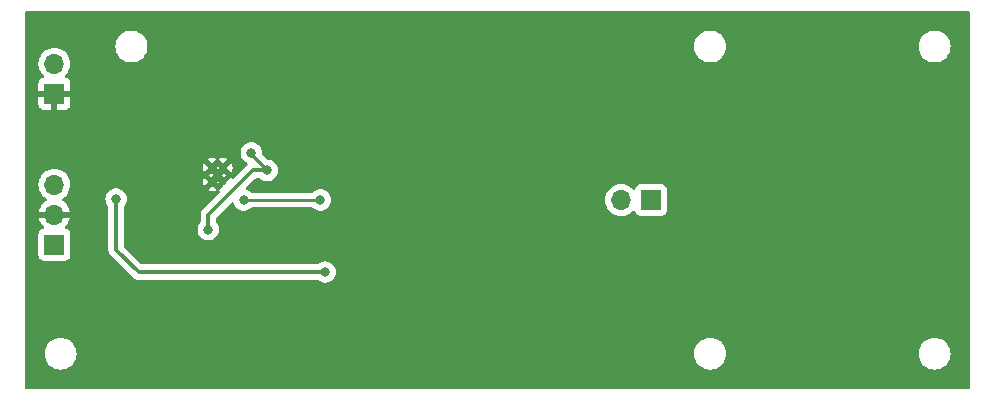
<source format=gbr>
%TF.GenerationSoftware,KiCad,Pcbnew,7.0.10-7.0.10~ubuntu20.04.1*%
%TF.CreationDate,2025-03-29T11:51:33+01:00*%
%TF.ProjectId,uven2-mk3-cc-driver,7576656e-322d-46d6-9b33-2d63632d6472,rev?*%
%TF.SameCoordinates,Original*%
%TF.FileFunction,Copper,L2,Bot*%
%TF.FilePolarity,Positive*%
%FSLAX46Y46*%
G04 Gerber Fmt 4.6, Leading zero omitted, Abs format (unit mm)*
G04 Created by KiCad (PCBNEW 7.0.10-7.0.10~ubuntu20.04.1) date 2025-03-29 11:51:33*
%MOMM*%
%LPD*%
G01*
G04 APERTURE LIST*
%TA.AperFunction,ComponentPad*%
%ADD10R,1.700000X1.700000*%
%TD*%
%TA.AperFunction,ComponentPad*%
%ADD11O,1.700000X1.700000*%
%TD*%
%TA.AperFunction,ComponentPad*%
%ADD12C,0.600000*%
%TD*%
%TA.AperFunction,ViaPad*%
%ADD13C,0.800000*%
%TD*%
%TA.AperFunction,Conductor*%
%ADD14C,0.300000*%
%TD*%
%TA.AperFunction,Conductor*%
%ADD15C,0.250000*%
%TD*%
G04 APERTURE END LIST*
D10*
%TO.P,J3,1,Pin_1*%
%TO.N,Net-(J3-Pin_1)*%
X153000000Y-97000000D03*
D11*
%TO.P,J3,2,Pin_2*%
%TO.N,Net-(J3-Pin_2)*%
X150460000Y-97000000D03*
%TD*%
D12*
%TO.P,U2,12*%
%TO.N,GND*%
X115850000Y-94250000D03*
%TO.P,U2,13*%
X116750000Y-94250000D03*
%TO.P,U2,14*%
X116300000Y-94850000D03*
%TO.P,U2,15*%
X115850000Y-95450000D03*
%TO.P,U2,16*%
X116750000Y-95450000D03*
%TD*%
D10*
%TO.P,J2,1,Pin_1*%
%TO.N,GND*%
X102475000Y-88000000D03*
D11*
%TO.P,J2,2,Pin_2*%
%TO.N,Net-(J2-Pin_2)*%
X102475000Y-85460000D03*
%TD*%
D10*
%TO.P,J1,1,Pin_1*%
%TO.N,VCC*%
X102475000Y-100775000D03*
D11*
%TO.P,J1,2,Pin_2*%
%TO.N,GND*%
X102475000Y-98235000D03*
%TO.P,J1,3,Pin_3*%
%TO.N,/ENABLE*%
X102475000Y-95695000D03*
%TD*%
D13*
%TO.N,GND*%
X114000000Y-98900000D03*
X111850000Y-98900000D03*
X112900000Y-98900000D03*
%TO.N,VCC*%
X119137500Y-93000000D03*
X120500000Y-94500000D03*
X115500000Y-99500000D03*
%TO.N,GND*%
X112400000Y-98000000D03*
X115000000Y-97100000D03*
X113450000Y-98000000D03*
X114500000Y-98000000D03*
X113000000Y-97100000D03*
X114000000Y-97100000D03*
%TO.N,Net-(U2-COFF)*%
X125400000Y-103100000D03*
X107700000Y-96900000D03*
%TO.N,Net-(Q1-G)*%
X125000000Y-97000000D03*
X118500000Y-97000000D03*
%TD*%
D14*
%TO.N,VCC*%
X120500000Y-94500000D02*
X119250000Y-94500000D01*
X119250000Y-94500000D02*
X115500000Y-98250000D01*
X115500000Y-98250000D02*
X115500000Y-99500000D01*
X119137500Y-93137500D02*
X120500000Y-94500000D01*
X119137500Y-93000000D02*
X119137500Y-93137500D01*
%TO.N,Net-(U2-COFF)*%
X107700000Y-101200000D02*
X109600000Y-103100000D01*
X109600000Y-103100000D02*
X125400000Y-103100000D01*
X107700000Y-96900000D02*
X107700000Y-101200000D01*
D15*
%TO.N,Net-(Q1-G)*%
X125000000Y-97000000D02*
X118500000Y-97000000D01*
%TD*%
%TA.AperFunction,Conductor*%
%TO.N,GND*%
G36*
X179942539Y-81020185D02*
G01*
X179988294Y-81072989D01*
X179999500Y-81124500D01*
X179999500Y-112875500D01*
X179979815Y-112942539D01*
X179927011Y-112988294D01*
X179875500Y-112999500D01*
X100124500Y-112999500D01*
X100057461Y-112979815D01*
X100011706Y-112927011D01*
X100000500Y-112875500D01*
X100000500Y-110000000D01*
X101644341Y-110000000D01*
X101664936Y-110235403D01*
X101664938Y-110235413D01*
X101726094Y-110463655D01*
X101726096Y-110463659D01*
X101726097Y-110463663D01*
X101776031Y-110570746D01*
X101825964Y-110677828D01*
X101825965Y-110677830D01*
X101961505Y-110871402D01*
X102128597Y-111038494D01*
X102322169Y-111174034D01*
X102322171Y-111174035D01*
X102536337Y-111273903D01*
X102764592Y-111335063D01*
X102941032Y-111350499D01*
X102941033Y-111350500D01*
X102941034Y-111350500D01*
X103058967Y-111350500D01*
X103058967Y-111350499D01*
X103235408Y-111335063D01*
X103463663Y-111273903D01*
X103677829Y-111174035D01*
X103871401Y-111038495D01*
X104038495Y-110871401D01*
X104174035Y-110677830D01*
X104273903Y-110463663D01*
X104335063Y-110235408D01*
X104355659Y-110000000D01*
X156644341Y-110000000D01*
X156664936Y-110235403D01*
X156664938Y-110235413D01*
X156726094Y-110463655D01*
X156726096Y-110463659D01*
X156726097Y-110463663D01*
X156776031Y-110570746D01*
X156825964Y-110677828D01*
X156825965Y-110677830D01*
X156961505Y-110871402D01*
X157128597Y-111038494D01*
X157322169Y-111174034D01*
X157322171Y-111174035D01*
X157536337Y-111273903D01*
X157764592Y-111335063D01*
X157941032Y-111350499D01*
X157941033Y-111350500D01*
X157941034Y-111350500D01*
X158058967Y-111350500D01*
X158058967Y-111350499D01*
X158235408Y-111335063D01*
X158463663Y-111273903D01*
X158677829Y-111174035D01*
X158871401Y-111038495D01*
X159038495Y-110871401D01*
X159174035Y-110677830D01*
X159273903Y-110463663D01*
X159335063Y-110235408D01*
X159355659Y-110000000D01*
X175644341Y-110000000D01*
X175664936Y-110235403D01*
X175664938Y-110235413D01*
X175726094Y-110463655D01*
X175726096Y-110463659D01*
X175726097Y-110463663D01*
X175776031Y-110570746D01*
X175825964Y-110677828D01*
X175825965Y-110677830D01*
X175961505Y-110871402D01*
X176128597Y-111038494D01*
X176322169Y-111174034D01*
X176322171Y-111174035D01*
X176536337Y-111273903D01*
X176764592Y-111335063D01*
X176941032Y-111350499D01*
X176941033Y-111350500D01*
X176941034Y-111350500D01*
X177058967Y-111350500D01*
X177058967Y-111350499D01*
X177235408Y-111335063D01*
X177463663Y-111273903D01*
X177677829Y-111174035D01*
X177871401Y-111038495D01*
X178038495Y-110871401D01*
X178174035Y-110677830D01*
X178273903Y-110463663D01*
X178335063Y-110235408D01*
X178355659Y-110000000D01*
X178335063Y-109764592D01*
X178273903Y-109536337D01*
X178174035Y-109322171D01*
X178174034Y-109322169D01*
X178038494Y-109128597D01*
X177871402Y-108961505D01*
X177677830Y-108825965D01*
X177677828Y-108825964D01*
X177570746Y-108776031D01*
X177463663Y-108726097D01*
X177463659Y-108726096D01*
X177463655Y-108726094D01*
X177235413Y-108664938D01*
X177235403Y-108664936D01*
X177058967Y-108649500D01*
X177058966Y-108649500D01*
X176941034Y-108649500D01*
X176941033Y-108649500D01*
X176764596Y-108664936D01*
X176764586Y-108664938D01*
X176536344Y-108726094D01*
X176536335Y-108726098D01*
X176322171Y-108825964D01*
X176322169Y-108825965D01*
X176128597Y-108961505D01*
X175961506Y-109128597D01*
X175961501Y-109128604D01*
X175825967Y-109322165D01*
X175825965Y-109322169D01*
X175726098Y-109536335D01*
X175726094Y-109536344D01*
X175664938Y-109764586D01*
X175664936Y-109764596D01*
X175644341Y-109999999D01*
X175644341Y-110000000D01*
X159355659Y-110000000D01*
X159335063Y-109764592D01*
X159273903Y-109536337D01*
X159174035Y-109322171D01*
X159174034Y-109322169D01*
X159038494Y-109128597D01*
X158871402Y-108961505D01*
X158677830Y-108825965D01*
X158677828Y-108825964D01*
X158570746Y-108776031D01*
X158463663Y-108726097D01*
X158463659Y-108726096D01*
X158463655Y-108726094D01*
X158235413Y-108664938D01*
X158235403Y-108664936D01*
X158058967Y-108649500D01*
X158058966Y-108649500D01*
X157941034Y-108649500D01*
X157941033Y-108649500D01*
X157764596Y-108664936D01*
X157764586Y-108664938D01*
X157536344Y-108726094D01*
X157536335Y-108726098D01*
X157322171Y-108825964D01*
X157322169Y-108825965D01*
X157128597Y-108961505D01*
X156961506Y-109128597D01*
X156961501Y-109128604D01*
X156825967Y-109322165D01*
X156825965Y-109322169D01*
X156726098Y-109536335D01*
X156726094Y-109536344D01*
X156664938Y-109764586D01*
X156664936Y-109764596D01*
X156644341Y-109999999D01*
X156644341Y-110000000D01*
X104355659Y-110000000D01*
X104335063Y-109764592D01*
X104273903Y-109536337D01*
X104174035Y-109322171D01*
X104174034Y-109322169D01*
X104038494Y-109128597D01*
X103871402Y-108961505D01*
X103677830Y-108825965D01*
X103677828Y-108825964D01*
X103570746Y-108776031D01*
X103463663Y-108726097D01*
X103463659Y-108726096D01*
X103463655Y-108726094D01*
X103235413Y-108664938D01*
X103235403Y-108664936D01*
X103058967Y-108649500D01*
X103058966Y-108649500D01*
X102941034Y-108649500D01*
X102941033Y-108649500D01*
X102764596Y-108664936D01*
X102764586Y-108664938D01*
X102536344Y-108726094D01*
X102536335Y-108726098D01*
X102322171Y-108825964D01*
X102322169Y-108825965D01*
X102128597Y-108961505D01*
X101961506Y-109128597D01*
X101961501Y-109128604D01*
X101825967Y-109322165D01*
X101825965Y-109322169D01*
X101726098Y-109536335D01*
X101726094Y-109536344D01*
X101664938Y-109764586D01*
X101664936Y-109764596D01*
X101644341Y-109999999D01*
X101644341Y-110000000D01*
X100000500Y-110000000D01*
X100000500Y-95695000D01*
X101119341Y-95695000D01*
X101139936Y-95930403D01*
X101139938Y-95930413D01*
X101201094Y-96158655D01*
X101201096Y-96158659D01*
X101201097Y-96158663D01*
X101236637Y-96234878D01*
X101300965Y-96372830D01*
X101300967Y-96372834D01*
X101367453Y-96467785D01*
X101412222Y-96531722D01*
X101436501Y-96566395D01*
X101436506Y-96566402D01*
X101603597Y-96733493D01*
X101603603Y-96733498D01*
X101789594Y-96863730D01*
X101833219Y-96918307D01*
X101840413Y-96987805D01*
X101808890Y-97050160D01*
X101789595Y-97066880D01*
X101603922Y-97196890D01*
X101603920Y-97196891D01*
X101436891Y-97363920D01*
X101436886Y-97363926D01*
X101301400Y-97557420D01*
X101301399Y-97557422D01*
X101201570Y-97771507D01*
X101201567Y-97771513D01*
X101144364Y-97984999D01*
X101144364Y-97985000D01*
X102041314Y-97985000D01*
X102015507Y-98025156D01*
X101975000Y-98163111D01*
X101975000Y-98306889D01*
X102015507Y-98444844D01*
X102041314Y-98485000D01*
X101144364Y-98485000D01*
X101201567Y-98698486D01*
X101201570Y-98698492D01*
X101301399Y-98912578D01*
X101436894Y-99106082D01*
X101558946Y-99228134D01*
X101592431Y-99289457D01*
X101587447Y-99359149D01*
X101545575Y-99415082D01*
X101514598Y-99431997D01*
X101382671Y-99481202D01*
X101382664Y-99481206D01*
X101267455Y-99567452D01*
X101267452Y-99567455D01*
X101181206Y-99682664D01*
X101181202Y-99682671D01*
X101130908Y-99817517D01*
X101124501Y-99877116D01*
X101124501Y-99877123D01*
X101124500Y-99877135D01*
X101124500Y-101672870D01*
X101124501Y-101672876D01*
X101130908Y-101732483D01*
X101181202Y-101867328D01*
X101181206Y-101867335D01*
X101267452Y-101982544D01*
X101267455Y-101982547D01*
X101382664Y-102068793D01*
X101382671Y-102068797D01*
X101517517Y-102119091D01*
X101517516Y-102119091D01*
X101524444Y-102119835D01*
X101577127Y-102125500D01*
X103372872Y-102125499D01*
X103432483Y-102119091D01*
X103567331Y-102068796D01*
X103682546Y-101982546D01*
X103768796Y-101867331D01*
X103819091Y-101732483D01*
X103825500Y-101672873D01*
X103825499Y-99877128D01*
X103819091Y-99817517D01*
X103768796Y-99682669D01*
X103768795Y-99682668D01*
X103768793Y-99682664D01*
X103682547Y-99567455D01*
X103682544Y-99567452D01*
X103567335Y-99481206D01*
X103567328Y-99481202D01*
X103435401Y-99431997D01*
X103379467Y-99390126D01*
X103355050Y-99324662D01*
X103369902Y-99256389D01*
X103391053Y-99228133D01*
X103513108Y-99106078D01*
X103648600Y-98912578D01*
X103748429Y-98698492D01*
X103748432Y-98698486D01*
X103805636Y-98485000D01*
X102908686Y-98485000D01*
X102934493Y-98444844D01*
X102975000Y-98306889D01*
X102975000Y-98163111D01*
X102934493Y-98025156D01*
X102908686Y-97985000D01*
X103805636Y-97985000D01*
X103805635Y-97984999D01*
X103748432Y-97771513D01*
X103748429Y-97771507D01*
X103648600Y-97557422D01*
X103648599Y-97557420D01*
X103513113Y-97363926D01*
X103513108Y-97363920D01*
X103346078Y-97196890D01*
X103160405Y-97066879D01*
X103116780Y-97012302D01*
X103109588Y-96942804D01*
X103131226Y-96900000D01*
X106794540Y-96900000D01*
X106814326Y-97088256D01*
X106814327Y-97088259D01*
X106872818Y-97268277D01*
X106872821Y-97268284D01*
X106967466Y-97432215D01*
X107017649Y-97487948D01*
X107047880Y-97550940D01*
X107049500Y-97570921D01*
X107049500Y-101114494D01*
X107047732Y-101130505D01*
X107047974Y-101130528D01*
X107047240Y-101138294D01*
X107049439Y-101208262D01*
X107049500Y-101212157D01*
X107049500Y-101240920D01*
X107049501Y-101240938D01*
X107050053Y-101245311D01*
X107050968Y-101256941D01*
X107052402Y-101302567D01*
X107052403Y-101302570D01*
X107058323Y-101322948D01*
X107062268Y-101341996D01*
X107064928Y-101363054D01*
X107064931Y-101363065D01*
X107081737Y-101405514D01*
X107085520Y-101416563D01*
X107098254Y-101460395D01*
X107098255Y-101460397D01*
X107109060Y-101478666D01*
X107117617Y-101496134D01*
X107123226Y-101510300D01*
X107125432Y-101515872D01*
X107152266Y-101552806D01*
X107158678Y-101562568D01*
X107181919Y-101601865D01*
X107181923Y-101601869D01*
X107196925Y-101616871D01*
X107209563Y-101631669D01*
X107222033Y-101648833D01*
X107222036Y-101648837D01*
X107257213Y-101677937D01*
X107265854Y-101685800D01*
X109079564Y-103499509D01*
X109089640Y-103512086D01*
X109089827Y-103511932D01*
X109094794Y-103517937D01*
X109145847Y-103565878D01*
X109148647Y-103568592D01*
X109168962Y-103588908D01*
X109172439Y-103591605D01*
X109181320Y-103599190D01*
X109214607Y-103630448D01*
X109217823Y-103632216D01*
X109233207Y-103640674D01*
X109249468Y-103651355D01*
X109266237Y-103664363D01*
X109308144Y-103682497D01*
X109318618Y-103687628D01*
X109358632Y-103709627D01*
X109379193Y-103714905D01*
X109397597Y-103721207D01*
X109417074Y-103729636D01*
X109462178Y-103736779D01*
X109473597Y-103739144D01*
X109517823Y-103750500D01*
X109539045Y-103750500D01*
X109558442Y-103752026D01*
X109579405Y-103755347D01*
X109624860Y-103751050D01*
X109636530Y-103750500D01*
X124723025Y-103750500D01*
X124790064Y-103770185D01*
X124795910Y-103774182D01*
X124947265Y-103884148D01*
X124947270Y-103884151D01*
X125120192Y-103961142D01*
X125120197Y-103961144D01*
X125305354Y-104000500D01*
X125305355Y-104000500D01*
X125494644Y-104000500D01*
X125494646Y-104000500D01*
X125679803Y-103961144D01*
X125852730Y-103884151D01*
X126005871Y-103772888D01*
X126132533Y-103632216D01*
X126227179Y-103468284D01*
X126285674Y-103288256D01*
X126305460Y-103100000D01*
X126285674Y-102911744D01*
X126227179Y-102731716D01*
X126132533Y-102567784D01*
X126005871Y-102427112D01*
X125986697Y-102413181D01*
X125852734Y-102315851D01*
X125852729Y-102315848D01*
X125679807Y-102238857D01*
X125679802Y-102238855D01*
X125534001Y-102207865D01*
X125494646Y-102199500D01*
X125305354Y-102199500D01*
X125272897Y-102206398D01*
X125120197Y-102238855D01*
X125120192Y-102238857D01*
X124947270Y-102315848D01*
X124947265Y-102315851D01*
X124795910Y-102425818D01*
X124730104Y-102449298D01*
X124723025Y-102449500D01*
X109920808Y-102449500D01*
X109853769Y-102429815D01*
X109833127Y-102413181D01*
X108386819Y-100966873D01*
X108353334Y-100905550D01*
X108350500Y-100879192D01*
X108350500Y-99500000D01*
X114594540Y-99500000D01*
X114614326Y-99688256D01*
X114614327Y-99688259D01*
X114672818Y-99868277D01*
X114672821Y-99868284D01*
X114767467Y-100032216D01*
X114894129Y-100172888D01*
X115047265Y-100284148D01*
X115047270Y-100284151D01*
X115220192Y-100361142D01*
X115220197Y-100361144D01*
X115405354Y-100400500D01*
X115405355Y-100400500D01*
X115594644Y-100400500D01*
X115594646Y-100400500D01*
X115779803Y-100361144D01*
X115952730Y-100284151D01*
X116105871Y-100172888D01*
X116232533Y-100032216D01*
X116327179Y-99868284D01*
X116385674Y-99688256D01*
X116405460Y-99500000D01*
X116385674Y-99311744D01*
X116327179Y-99131716D01*
X116232533Y-98967784D01*
X116182350Y-98912050D01*
X116152120Y-98849058D01*
X116150500Y-98829078D01*
X116150500Y-98570807D01*
X116170185Y-98503768D01*
X116186814Y-98483131D01*
X117438717Y-97231227D01*
X117500038Y-97197744D01*
X117569730Y-97202728D01*
X117625663Y-97244600D01*
X117644327Y-97280591D01*
X117672819Y-97368280D01*
X117672821Y-97368284D01*
X117767467Y-97532216D01*
X117868715Y-97644663D01*
X117894129Y-97672888D01*
X118047265Y-97784148D01*
X118047270Y-97784151D01*
X118220192Y-97861142D01*
X118220197Y-97861144D01*
X118405354Y-97900500D01*
X118405355Y-97900500D01*
X118594644Y-97900500D01*
X118594646Y-97900500D01*
X118779803Y-97861144D01*
X118952730Y-97784151D01*
X119105871Y-97672888D01*
X119108788Y-97669647D01*
X119111600Y-97666526D01*
X119171087Y-97629879D01*
X119203748Y-97625500D01*
X124296252Y-97625500D01*
X124363291Y-97645185D01*
X124388400Y-97666526D01*
X124394126Y-97672885D01*
X124394130Y-97672889D01*
X124547265Y-97784148D01*
X124547270Y-97784151D01*
X124720192Y-97861142D01*
X124720197Y-97861144D01*
X124905354Y-97900500D01*
X124905355Y-97900500D01*
X125094644Y-97900500D01*
X125094646Y-97900500D01*
X125279803Y-97861144D01*
X125452730Y-97784151D01*
X125605871Y-97672888D01*
X125732533Y-97532216D01*
X125827179Y-97368284D01*
X125885674Y-97188256D01*
X125905460Y-97000000D01*
X149104341Y-97000000D01*
X149124936Y-97235403D01*
X149124938Y-97235413D01*
X149186094Y-97463655D01*
X149186096Y-97463659D01*
X149186097Y-97463663D01*
X149261563Y-97625500D01*
X149285965Y-97677830D01*
X149285967Y-97677834D01*
X149378545Y-97810048D01*
X149421505Y-97871401D01*
X149588599Y-98038495D01*
X149685384Y-98106265D01*
X149782165Y-98174032D01*
X149782167Y-98174033D01*
X149782170Y-98174035D01*
X149996337Y-98273903D01*
X150224592Y-98335063D01*
X150401034Y-98350500D01*
X150459999Y-98355659D01*
X150460000Y-98355659D01*
X150460001Y-98355659D01*
X150518966Y-98350500D01*
X150695408Y-98335063D01*
X150923663Y-98273903D01*
X151137830Y-98174035D01*
X151331401Y-98038495D01*
X151453329Y-97916566D01*
X151514648Y-97883084D01*
X151584340Y-97888068D01*
X151640274Y-97929939D01*
X151657189Y-97960917D01*
X151706202Y-98092328D01*
X151706206Y-98092335D01*
X151792452Y-98207544D01*
X151792455Y-98207547D01*
X151907664Y-98293793D01*
X151907671Y-98293797D01*
X152042517Y-98344091D01*
X152042516Y-98344091D01*
X152049444Y-98344835D01*
X152102127Y-98350500D01*
X153897872Y-98350499D01*
X153957483Y-98344091D01*
X154092331Y-98293796D01*
X154207546Y-98207546D01*
X154293796Y-98092331D01*
X154344091Y-97957483D01*
X154350500Y-97897873D01*
X154350499Y-96102128D01*
X154344091Y-96042517D01*
X154342810Y-96039083D01*
X154293797Y-95907671D01*
X154293793Y-95907664D01*
X154207547Y-95792455D01*
X154207544Y-95792452D01*
X154092335Y-95706206D01*
X154092328Y-95706202D01*
X153957482Y-95655908D01*
X153957483Y-95655908D01*
X153897883Y-95649501D01*
X153897881Y-95649500D01*
X153897873Y-95649500D01*
X153897864Y-95649500D01*
X152102129Y-95649500D01*
X152102123Y-95649501D01*
X152042516Y-95655908D01*
X151907671Y-95706202D01*
X151907664Y-95706206D01*
X151792455Y-95792452D01*
X151792452Y-95792455D01*
X151706206Y-95907664D01*
X151706203Y-95907669D01*
X151657189Y-96039083D01*
X151615317Y-96095016D01*
X151549853Y-96119433D01*
X151481580Y-96104581D01*
X151453326Y-96083430D01*
X151331402Y-95961506D01*
X151331395Y-95961501D01*
X151137834Y-95825967D01*
X151137830Y-95825965D01*
X151080655Y-95799304D01*
X150923663Y-95726097D01*
X150923659Y-95726096D01*
X150923655Y-95726094D01*
X150695413Y-95664938D01*
X150695403Y-95664936D01*
X150460001Y-95644341D01*
X150459999Y-95644341D01*
X150224596Y-95664936D01*
X150224586Y-95664938D01*
X149996344Y-95726094D01*
X149996335Y-95726098D01*
X149782171Y-95825964D01*
X149782169Y-95825965D01*
X149588597Y-95961505D01*
X149421505Y-96128597D01*
X149285965Y-96322169D01*
X149285964Y-96322171D01*
X149186098Y-96536335D01*
X149186094Y-96536344D01*
X149124938Y-96764586D01*
X149124936Y-96764596D01*
X149104341Y-96999999D01*
X149104341Y-97000000D01*
X125905460Y-97000000D01*
X125885674Y-96811744D01*
X125827179Y-96631716D01*
X125732533Y-96467784D01*
X125605871Y-96327112D01*
X125605870Y-96327111D01*
X125452734Y-96215851D01*
X125452729Y-96215848D01*
X125279807Y-96138857D01*
X125279802Y-96138855D01*
X125118550Y-96104581D01*
X125094646Y-96099500D01*
X124905354Y-96099500D01*
X124881450Y-96104581D01*
X124720197Y-96138855D01*
X124720192Y-96138857D01*
X124547270Y-96215848D01*
X124547265Y-96215851D01*
X124394130Y-96327110D01*
X124394126Y-96327114D01*
X124388400Y-96333474D01*
X124328913Y-96370121D01*
X124296252Y-96374500D01*
X119203748Y-96374500D01*
X119136709Y-96354815D01*
X119111600Y-96333474D01*
X119105873Y-96327114D01*
X119105869Y-96327110D01*
X118952734Y-96215851D01*
X118952729Y-96215848D01*
X118773866Y-96136212D01*
X118774926Y-96133829D01*
X118726842Y-96100939D01*
X118699653Y-96036576D01*
X118711578Y-95967732D01*
X118735163Y-95934782D01*
X119483127Y-95186819D01*
X119544450Y-95153334D01*
X119570808Y-95150500D01*
X119823025Y-95150500D01*
X119890064Y-95170185D01*
X119895910Y-95174182D01*
X120047265Y-95284148D01*
X120047270Y-95284151D01*
X120220192Y-95361142D01*
X120220197Y-95361144D01*
X120405354Y-95400500D01*
X120405355Y-95400500D01*
X120594644Y-95400500D01*
X120594646Y-95400500D01*
X120779803Y-95361144D01*
X120952730Y-95284151D01*
X121105871Y-95172888D01*
X121232533Y-95032216D01*
X121327179Y-94868284D01*
X121385674Y-94688256D01*
X121405460Y-94500000D01*
X121385674Y-94311744D01*
X121327179Y-94131716D01*
X121232533Y-93967784D01*
X121105871Y-93827112D01*
X121095950Y-93819904D01*
X120952734Y-93715851D01*
X120952729Y-93715848D01*
X120779807Y-93638857D01*
X120779802Y-93638855D01*
X120634001Y-93607865D01*
X120594646Y-93599500D01*
X120594645Y-93599500D01*
X120570808Y-93599500D01*
X120503769Y-93579815D01*
X120483127Y-93563181D01*
X120073082Y-93153136D01*
X120039597Y-93091813D01*
X120037442Y-93052496D01*
X120042960Y-93000000D01*
X120023174Y-92811744D01*
X119964679Y-92631716D01*
X119870033Y-92467784D01*
X119743371Y-92327112D01*
X119743370Y-92327111D01*
X119590234Y-92215851D01*
X119590229Y-92215848D01*
X119417307Y-92138857D01*
X119417302Y-92138855D01*
X119271501Y-92107865D01*
X119232146Y-92099500D01*
X119042854Y-92099500D01*
X119010397Y-92106398D01*
X118857697Y-92138855D01*
X118857692Y-92138857D01*
X118684770Y-92215848D01*
X118684765Y-92215851D01*
X118531629Y-92327111D01*
X118404966Y-92467785D01*
X118310321Y-92631715D01*
X118310318Y-92631722D01*
X118251827Y-92811740D01*
X118251826Y-92811744D01*
X118232040Y-93000000D01*
X118251826Y-93188256D01*
X118251827Y-93188259D01*
X118310318Y-93368277D01*
X118310321Y-93368284D01*
X118404967Y-93532216D01*
X118500987Y-93638857D01*
X118531629Y-93672888D01*
X118684765Y-93784148D01*
X118684767Y-93784149D01*
X118684770Y-93784151D01*
X118765076Y-93819906D01*
X118818312Y-93865155D01*
X118838633Y-93932004D01*
X118819588Y-93999227D01*
X118805902Y-94015837D01*
X118806134Y-94016029D01*
X118772056Y-94057219D01*
X118764196Y-94065856D01*
X117680724Y-95149327D01*
X117619401Y-95182812D01*
X117549709Y-95177828D01*
X117493776Y-95135956D01*
X117476000Y-95102598D01*
X117475332Y-95100691D01*
X117466661Y-95086892D01*
X117466660Y-95086892D01*
X116750000Y-95803553D01*
X116387680Y-96165872D01*
X116386586Y-96166469D01*
X116400692Y-96175333D01*
X116402598Y-96176000D01*
X116403663Y-96176764D01*
X116406969Y-96178356D01*
X116406690Y-96178934D01*
X116459375Y-96216721D01*
X116485124Y-96281673D01*
X116471669Y-96350235D01*
X116449327Y-96380724D01*
X115100483Y-97729569D01*
X115087910Y-97739643D01*
X115088065Y-97739830D01*
X115082058Y-97744799D01*
X115034133Y-97795833D01*
X115031427Y-97798625D01*
X115011090Y-97818963D01*
X115011077Y-97818978D01*
X115008373Y-97822463D01*
X115000806Y-97831322D01*
X114969552Y-97864607D01*
X114959322Y-97883213D01*
X114948646Y-97899464D01*
X114935640Y-97916232D01*
X114935636Y-97916238D01*
X114917508Y-97958130D01*
X114912369Y-97968619D01*
X114890372Y-98008630D01*
X114890372Y-98008631D01*
X114885091Y-98029199D01*
X114878791Y-98047601D01*
X114870364Y-98067073D01*
X114863223Y-98112162D01*
X114860854Y-98123600D01*
X114849500Y-98167817D01*
X114849500Y-98189044D01*
X114847973Y-98208443D01*
X114844653Y-98229405D01*
X114848860Y-98273903D01*
X114848950Y-98274858D01*
X114849500Y-98286528D01*
X114849500Y-98829078D01*
X114829815Y-98896117D01*
X114817650Y-98912050D01*
X114767466Y-98967785D01*
X114672821Y-99131715D01*
X114672818Y-99131722D01*
X114614327Y-99311740D01*
X114614326Y-99311744D01*
X114594540Y-99500000D01*
X108350500Y-99500000D01*
X108350500Y-97570921D01*
X108370185Y-97503882D01*
X108382351Y-97487948D01*
X108432533Y-97432216D01*
X108527179Y-97268284D01*
X108585674Y-97088256D01*
X108605460Y-96900000D01*
X108585674Y-96711744D01*
X108527179Y-96531716D01*
X108432533Y-96367784D01*
X108305871Y-96227112D01*
X108290369Y-96215849D01*
X108222668Y-96166661D01*
X115486892Y-96166661D01*
X115500692Y-96175333D01*
X115500691Y-96175333D01*
X115670861Y-96234878D01*
X115849997Y-96255062D01*
X115850003Y-96255062D01*
X116029138Y-96234878D01*
X116029141Y-96234877D01*
X116199303Y-96175335D01*
X116213328Y-96166521D01*
X116212318Y-96165872D01*
X115850001Y-95803553D01*
X115850000Y-95803553D01*
X115486892Y-96166660D01*
X115486892Y-96166661D01*
X108222668Y-96166661D01*
X108152734Y-96115851D01*
X108152729Y-96115848D01*
X107979807Y-96038857D01*
X107979802Y-96038855D01*
X107834001Y-96007865D01*
X107794646Y-95999500D01*
X107605354Y-95999500D01*
X107572897Y-96006398D01*
X107420197Y-96038855D01*
X107420192Y-96038857D01*
X107247270Y-96115848D01*
X107247265Y-96115851D01*
X107094129Y-96227111D01*
X106967466Y-96367785D01*
X106872821Y-96531715D01*
X106872818Y-96531722D01*
X106814327Y-96711740D01*
X106814326Y-96711744D01*
X106794540Y-96900000D01*
X103131226Y-96900000D01*
X103141110Y-96880449D01*
X103160406Y-96863730D01*
X103346401Y-96733495D01*
X103513495Y-96566401D01*
X103649035Y-96372830D01*
X103748903Y-96158663D01*
X103810063Y-95930408D01*
X103830659Y-95695000D01*
X103810063Y-95459592D01*
X103807493Y-95450002D01*
X115044938Y-95450002D01*
X115065121Y-95629138D01*
X115124665Y-95799304D01*
X115133338Y-95813107D01*
X115496446Y-95450000D01*
X115694709Y-95450000D01*
X115715514Y-95527645D01*
X115772355Y-95584486D01*
X115830254Y-95600000D01*
X115869746Y-95600000D01*
X115927645Y-95584486D01*
X115984486Y-95527646D01*
X116005291Y-95450000D01*
X116005291Y-95449999D01*
X116203553Y-95449999D01*
X116300000Y-95546446D01*
X116396446Y-95450001D01*
X116396446Y-95450000D01*
X116594709Y-95450000D01*
X116615514Y-95527645D01*
X116672355Y-95584486D01*
X116730254Y-95600000D01*
X116769746Y-95600000D01*
X116827645Y-95584486D01*
X116884486Y-95527646D01*
X116905291Y-95450000D01*
X116884486Y-95372355D01*
X116827645Y-95315514D01*
X116769746Y-95300000D01*
X116730254Y-95300000D01*
X116672355Y-95315514D01*
X116615514Y-95372354D01*
X116594709Y-95450000D01*
X116396446Y-95450000D01*
X116300000Y-95353553D01*
X116203553Y-95449999D01*
X116005291Y-95449999D01*
X115984486Y-95372355D01*
X115927645Y-95315514D01*
X115869746Y-95300000D01*
X115830254Y-95300000D01*
X115772355Y-95315514D01*
X115715514Y-95372354D01*
X115694709Y-95450000D01*
X115496446Y-95450000D01*
X115496446Y-95449999D01*
X115133338Y-95086891D01*
X115133337Y-95086891D01*
X115124667Y-95100691D01*
X115124662Y-95100701D01*
X115065122Y-95270858D01*
X115065121Y-95270861D01*
X115044938Y-95449997D01*
X115044938Y-95450002D01*
X103807493Y-95450002D01*
X103759493Y-95270861D01*
X103748905Y-95231344D01*
X103748904Y-95231343D01*
X103748903Y-95231337D01*
X103649035Y-95017171D01*
X103586350Y-94927646D01*
X103531982Y-94850001D01*
X115603553Y-94850001D01*
X115774998Y-95021446D01*
X115946444Y-94850000D01*
X116144709Y-94850000D01*
X116165514Y-94927645D01*
X116222355Y-94984486D01*
X116280254Y-95000000D01*
X116319746Y-95000000D01*
X116377645Y-94984486D01*
X116434486Y-94927646D01*
X116455291Y-94850000D01*
X116455291Y-94849999D01*
X116653553Y-94849999D01*
X116825000Y-95021446D01*
X116996446Y-94850001D01*
X116996446Y-94850000D01*
X116825000Y-94678553D01*
X116653553Y-94849999D01*
X116455291Y-94849999D01*
X116434486Y-94772355D01*
X116377645Y-94715514D01*
X116319746Y-94700000D01*
X116280254Y-94700000D01*
X116222355Y-94715514D01*
X116165514Y-94772354D01*
X116144709Y-94850000D01*
X115946444Y-94850000D01*
X115946445Y-94849999D01*
X115774999Y-94678553D01*
X115603553Y-94850000D01*
X115603553Y-94850001D01*
X103531982Y-94850001D01*
X103513494Y-94823597D01*
X103346402Y-94656506D01*
X103346395Y-94656501D01*
X103152834Y-94520967D01*
X103152830Y-94520965D01*
X103152828Y-94520964D01*
X102938663Y-94421097D01*
X102938659Y-94421096D01*
X102938655Y-94421094D01*
X102710413Y-94359938D01*
X102710403Y-94359936D01*
X102475001Y-94339341D01*
X102474999Y-94339341D01*
X102239596Y-94359936D01*
X102239586Y-94359938D01*
X102011344Y-94421094D01*
X102011335Y-94421098D01*
X101797171Y-94520964D01*
X101797169Y-94520965D01*
X101603597Y-94656505D01*
X101436505Y-94823597D01*
X101300965Y-95017169D01*
X101300964Y-95017171D01*
X101201098Y-95231335D01*
X101201094Y-95231344D01*
X101139938Y-95459586D01*
X101139936Y-95459596D01*
X101119341Y-95694999D01*
X101119341Y-95695000D01*
X100000500Y-95695000D01*
X100000500Y-94250002D01*
X115044938Y-94250002D01*
X115065121Y-94429138D01*
X115124665Y-94599304D01*
X115133338Y-94613107D01*
X115496446Y-94250000D01*
X115694709Y-94250000D01*
X115715514Y-94327645D01*
X115772355Y-94384486D01*
X115830254Y-94400000D01*
X115869746Y-94400000D01*
X115927645Y-94384486D01*
X115984486Y-94327646D01*
X116005291Y-94250000D01*
X116005291Y-94249999D01*
X116203553Y-94249999D01*
X116300000Y-94346446D01*
X116396446Y-94250001D01*
X116396446Y-94250000D01*
X116594709Y-94250000D01*
X116615514Y-94327645D01*
X116672355Y-94384486D01*
X116730254Y-94400000D01*
X116769746Y-94400000D01*
X116827645Y-94384486D01*
X116884486Y-94327646D01*
X116905291Y-94250000D01*
X117103552Y-94250000D01*
X117466660Y-94613106D01*
X117466661Y-94613106D01*
X117475334Y-94599306D01*
X117475334Y-94599305D01*
X117534877Y-94429141D01*
X117534878Y-94429138D01*
X117555062Y-94250002D01*
X117555062Y-94249997D01*
X117534878Y-94070861D01*
X117475333Y-93900692D01*
X117466661Y-93886892D01*
X117466660Y-93886892D01*
X117103552Y-94250000D01*
X116905291Y-94250000D01*
X116884486Y-94172355D01*
X116827645Y-94115514D01*
X116769746Y-94100000D01*
X116730254Y-94100000D01*
X116672355Y-94115514D01*
X116615514Y-94172354D01*
X116594709Y-94250000D01*
X116396446Y-94250000D01*
X116300000Y-94153553D01*
X116203553Y-94249999D01*
X116005291Y-94249999D01*
X115984486Y-94172355D01*
X115927645Y-94115514D01*
X115869746Y-94100000D01*
X115830254Y-94100000D01*
X115772355Y-94115514D01*
X115715514Y-94172354D01*
X115694709Y-94250000D01*
X115496446Y-94250000D01*
X115496446Y-94249999D01*
X115133338Y-93886891D01*
X115133337Y-93886891D01*
X115124667Y-93900691D01*
X115124662Y-93900701D01*
X115065122Y-94070858D01*
X115065121Y-94070861D01*
X115044938Y-94249997D01*
X115044938Y-94250002D01*
X100000500Y-94250002D01*
X100000500Y-93533338D01*
X115486891Y-93533338D01*
X115850000Y-93896446D01*
X115850001Y-93896446D01*
X116212318Y-93534127D01*
X116213411Y-93533529D01*
X116213328Y-93533477D01*
X116386670Y-93533477D01*
X116387680Y-93534127D01*
X116750000Y-93896446D01*
X116750001Y-93896446D01*
X117113107Y-93533338D01*
X117099304Y-93524665D01*
X116929138Y-93465121D01*
X116750003Y-93444938D01*
X116749997Y-93444938D01*
X116570861Y-93465121D01*
X116570858Y-93465122D01*
X116400701Y-93524662D01*
X116400700Y-93524663D01*
X116386670Y-93533477D01*
X116213328Y-93533477D01*
X116199304Y-93524665D01*
X116029138Y-93465121D01*
X115850003Y-93444938D01*
X115849997Y-93444938D01*
X115670861Y-93465121D01*
X115670858Y-93465122D01*
X115500701Y-93524662D01*
X115500691Y-93524667D01*
X115486891Y-93533337D01*
X115486891Y-93533338D01*
X100000500Y-93533338D01*
X100000500Y-85460000D01*
X101119341Y-85460000D01*
X101139936Y-85695403D01*
X101139938Y-85695413D01*
X101201094Y-85923655D01*
X101201096Y-85923659D01*
X101201097Y-85923663D01*
X101300965Y-86137830D01*
X101300967Y-86137834D01*
X101409281Y-86292521D01*
X101436501Y-86331396D01*
X101436506Y-86331402D01*
X101558818Y-86453714D01*
X101592303Y-86515037D01*
X101587319Y-86584729D01*
X101545447Y-86640662D01*
X101514471Y-86657577D01*
X101382912Y-86706646D01*
X101382906Y-86706649D01*
X101267812Y-86792809D01*
X101267809Y-86792812D01*
X101181649Y-86907906D01*
X101181645Y-86907913D01*
X101131403Y-87042620D01*
X101131401Y-87042627D01*
X101125000Y-87102155D01*
X101125000Y-87750000D01*
X102041314Y-87750000D01*
X102015507Y-87790156D01*
X101975000Y-87928111D01*
X101975000Y-88071889D01*
X102015507Y-88209844D01*
X102041314Y-88250000D01*
X101125000Y-88250000D01*
X101125000Y-88897844D01*
X101131401Y-88957372D01*
X101131403Y-88957379D01*
X101181645Y-89092086D01*
X101181649Y-89092093D01*
X101267809Y-89207187D01*
X101267812Y-89207190D01*
X101382906Y-89293350D01*
X101382913Y-89293354D01*
X101517620Y-89343596D01*
X101517627Y-89343598D01*
X101577155Y-89349999D01*
X101577172Y-89350000D01*
X102225000Y-89350000D01*
X102225000Y-88435501D01*
X102332685Y-88484680D01*
X102439237Y-88500000D01*
X102510763Y-88500000D01*
X102617315Y-88484680D01*
X102725000Y-88435501D01*
X102725000Y-89350000D01*
X103372828Y-89350000D01*
X103372844Y-89349999D01*
X103432372Y-89343598D01*
X103432379Y-89343596D01*
X103567086Y-89293354D01*
X103567093Y-89293350D01*
X103682187Y-89207190D01*
X103682190Y-89207187D01*
X103768350Y-89092093D01*
X103768354Y-89092086D01*
X103818596Y-88957379D01*
X103818598Y-88957372D01*
X103824999Y-88897844D01*
X103825000Y-88897827D01*
X103825000Y-88250000D01*
X102908686Y-88250000D01*
X102934493Y-88209844D01*
X102975000Y-88071889D01*
X102975000Y-87928111D01*
X102934493Y-87790156D01*
X102908686Y-87750000D01*
X103825000Y-87750000D01*
X103825000Y-87102172D01*
X103824999Y-87102155D01*
X103818598Y-87042627D01*
X103818596Y-87042620D01*
X103768354Y-86907913D01*
X103768350Y-86907906D01*
X103682190Y-86792812D01*
X103682187Y-86792809D01*
X103567093Y-86706649D01*
X103567088Y-86706646D01*
X103435528Y-86657577D01*
X103379595Y-86615705D01*
X103355178Y-86550241D01*
X103370030Y-86481968D01*
X103391175Y-86453720D01*
X103513495Y-86331401D01*
X103649035Y-86137830D01*
X103748903Y-85923663D01*
X103810063Y-85695408D01*
X103830659Y-85460000D01*
X103810063Y-85224592D01*
X103748903Y-84996337D01*
X103649035Y-84782171D01*
X103575975Y-84677829D01*
X103513494Y-84588597D01*
X103346402Y-84421506D01*
X103346395Y-84421501D01*
X103152834Y-84285967D01*
X103152830Y-84285965D01*
X103044410Y-84235408D01*
X102938663Y-84186097D01*
X102938659Y-84186096D01*
X102938655Y-84186094D01*
X102710413Y-84124938D01*
X102710403Y-84124936D01*
X102475001Y-84104341D01*
X102474999Y-84104341D01*
X102239596Y-84124936D01*
X102239586Y-84124938D01*
X102011344Y-84186094D01*
X102011335Y-84186098D01*
X101797171Y-84285964D01*
X101797169Y-84285965D01*
X101603597Y-84421505D01*
X101436505Y-84588597D01*
X101300965Y-84782169D01*
X101300964Y-84782171D01*
X101201098Y-84996335D01*
X101201094Y-84996344D01*
X101139938Y-85224586D01*
X101139936Y-85224596D01*
X101119341Y-85459999D01*
X101119341Y-85460000D01*
X100000500Y-85460000D01*
X100000500Y-84000000D01*
X107644341Y-84000000D01*
X107664936Y-84235403D01*
X107664938Y-84235413D01*
X107726094Y-84463655D01*
X107726096Y-84463659D01*
X107726097Y-84463663D01*
X107776031Y-84570746D01*
X107825964Y-84677828D01*
X107825965Y-84677830D01*
X107961505Y-84871402D01*
X108128597Y-85038494D01*
X108322169Y-85174034D01*
X108322171Y-85174035D01*
X108536337Y-85273903D01*
X108764592Y-85335063D01*
X108941032Y-85350499D01*
X108941033Y-85350500D01*
X108941034Y-85350500D01*
X109058967Y-85350500D01*
X109058967Y-85350499D01*
X109235408Y-85335063D01*
X109463663Y-85273903D01*
X109677829Y-85174035D01*
X109871401Y-85038495D01*
X110038495Y-84871401D01*
X110174035Y-84677830D01*
X110273903Y-84463663D01*
X110335063Y-84235408D01*
X110355659Y-84000000D01*
X156644341Y-84000000D01*
X156664936Y-84235403D01*
X156664938Y-84235413D01*
X156726094Y-84463655D01*
X156726096Y-84463659D01*
X156726097Y-84463663D01*
X156776031Y-84570746D01*
X156825964Y-84677828D01*
X156825965Y-84677830D01*
X156961505Y-84871402D01*
X157128597Y-85038494D01*
X157322169Y-85174034D01*
X157322171Y-85174035D01*
X157536337Y-85273903D01*
X157764592Y-85335063D01*
X157941032Y-85350499D01*
X157941033Y-85350500D01*
X157941034Y-85350500D01*
X158058967Y-85350500D01*
X158058967Y-85350499D01*
X158235408Y-85335063D01*
X158463663Y-85273903D01*
X158677829Y-85174035D01*
X158871401Y-85038495D01*
X159038495Y-84871401D01*
X159174035Y-84677830D01*
X159273903Y-84463663D01*
X159335063Y-84235408D01*
X159355659Y-84000000D01*
X175644341Y-84000000D01*
X175664936Y-84235403D01*
X175664938Y-84235413D01*
X175726094Y-84463655D01*
X175726096Y-84463659D01*
X175726097Y-84463663D01*
X175776031Y-84570746D01*
X175825964Y-84677828D01*
X175825965Y-84677830D01*
X175961505Y-84871402D01*
X176128597Y-85038494D01*
X176322169Y-85174034D01*
X176322171Y-85174035D01*
X176536337Y-85273903D01*
X176764592Y-85335063D01*
X176941032Y-85350499D01*
X176941033Y-85350500D01*
X176941034Y-85350500D01*
X177058967Y-85350500D01*
X177058967Y-85350499D01*
X177235408Y-85335063D01*
X177463663Y-85273903D01*
X177677829Y-85174035D01*
X177871401Y-85038495D01*
X178038495Y-84871401D01*
X178174035Y-84677830D01*
X178273903Y-84463663D01*
X178335063Y-84235408D01*
X178355659Y-84000000D01*
X178335063Y-83764592D01*
X178273903Y-83536337D01*
X178174035Y-83322171D01*
X178174034Y-83322169D01*
X178038494Y-83128597D01*
X177871402Y-82961505D01*
X177677830Y-82825965D01*
X177677828Y-82825964D01*
X177570746Y-82776031D01*
X177463663Y-82726097D01*
X177463659Y-82726096D01*
X177463655Y-82726094D01*
X177235413Y-82664938D01*
X177235403Y-82664936D01*
X177058967Y-82649500D01*
X177058966Y-82649500D01*
X176941034Y-82649500D01*
X176941033Y-82649500D01*
X176764596Y-82664936D01*
X176764586Y-82664938D01*
X176536344Y-82726094D01*
X176536335Y-82726098D01*
X176322171Y-82825964D01*
X176322169Y-82825965D01*
X176128597Y-82961505D01*
X175961506Y-83128597D01*
X175961501Y-83128604D01*
X175825967Y-83322165D01*
X175825965Y-83322169D01*
X175726098Y-83536335D01*
X175726094Y-83536344D01*
X175664938Y-83764586D01*
X175664936Y-83764596D01*
X175644341Y-83999999D01*
X175644341Y-84000000D01*
X159355659Y-84000000D01*
X159335063Y-83764592D01*
X159273903Y-83536337D01*
X159174035Y-83322171D01*
X159174034Y-83322169D01*
X159038494Y-83128597D01*
X158871402Y-82961505D01*
X158677830Y-82825965D01*
X158677828Y-82825964D01*
X158570746Y-82776031D01*
X158463663Y-82726097D01*
X158463659Y-82726096D01*
X158463655Y-82726094D01*
X158235413Y-82664938D01*
X158235403Y-82664936D01*
X158058967Y-82649500D01*
X158058966Y-82649500D01*
X157941034Y-82649500D01*
X157941033Y-82649500D01*
X157764596Y-82664936D01*
X157764586Y-82664938D01*
X157536344Y-82726094D01*
X157536335Y-82726098D01*
X157322171Y-82825964D01*
X157322169Y-82825965D01*
X157128597Y-82961505D01*
X156961506Y-83128597D01*
X156961501Y-83128604D01*
X156825967Y-83322165D01*
X156825965Y-83322169D01*
X156726098Y-83536335D01*
X156726094Y-83536344D01*
X156664938Y-83764586D01*
X156664936Y-83764596D01*
X156644341Y-83999999D01*
X156644341Y-84000000D01*
X110355659Y-84000000D01*
X110335063Y-83764592D01*
X110273903Y-83536337D01*
X110174035Y-83322171D01*
X110174034Y-83322169D01*
X110038494Y-83128597D01*
X109871402Y-82961505D01*
X109677830Y-82825965D01*
X109677828Y-82825964D01*
X109570746Y-82776031D01*
X109463663Y-82726097D01*
X109463659Y-82726096D01*
X109463655Y-82726094D01*
X109235413Y-82664938D01*
X109235403Y-82664936D01*
X109058967Y-82649500D01*
X109058966Y-82649500D01*
X108941034Y-82649500D01*
X108941033Y-82649500D01*
X108764596Y-82664936D01*
X108764586Y-82664938D01*
X108536344Y-82726094D01*
X108536335Y-82726098D01*
X108322171Y-82825964D01*
X108322169Y-82825965D01*
X108128597Y-82961505D01*
X107961506Y-83128597D01*
X107961501Y-83128604D01*
X107825967Y-83322165D01*
X107825965Y-83322169D01*
X107726098Y-83536335D01*
X107726094Y-83536344D01*
X107664938Y-83764586D01*
X107664936Y-83764596D01*
X107644341Y-83999999D01*
X107644341Y-84000000D01*
X100000500Y-84000000D01*
X100000500Y-81124500D01*
X100020185Y-81057461D01*
X100072989Y-81011706D01*
X100124500Y-81000500D01*
X179875500Y-81000500D01*
X179942539Y-81020185D01*
G37*
%TD.AperFunction*%
%TD*%
M02*

</source>
